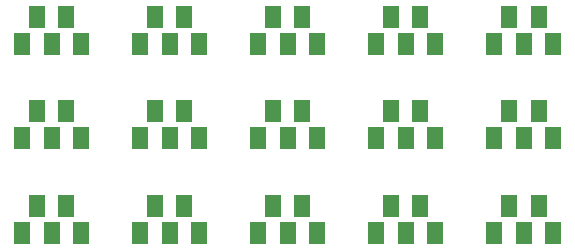
<source format=gbs>
G04 #@! TF.FileFunction,Soldermask,Bot*
%FSLAX46Y46*%
G04 Gerber Fmt 4.6, Leading zero omitted, Abs format (unit mm)*
G04 Created by KiCad (PCBNEW 4.0.7-e2-6376~58~ubuntu16.04.1) date Thu Aug  2 19:22:52 2018*
%MOMM*%
%LPD*%
G01*
G04 APERTURE LIST*
%ADD10C,0.100000*%
%ADD11R,1.400000X1.900000*%
G04 APERTURE END LIST*
D10*
D11*
X117575000Y-65200000D03*
X115075000Y-65200000D03*
X107575000Y-65200000D03*
X105075000Y-65200000D03*
X97575000Y-65200000D03*
X95075000Y-65200000D03*
X87575000Y-65200000D03*
X85075000Y-65200000D03*
X77575000Y-65200000D03*
X75075000Y-65200000D03*
X117575000Y-57200000D03*
X115075000Y-57200000D03*
X107575000Y-57200000D03*
X105075000Y-57200000D03*
X97575000Y-57200000D03*
X95075000Y-57200000D03*
X87575000Y-57200000D03*
X85075000Y-57200000D03*
X77575000Y-57200000D03*
X75075000Y-57200000D03*
X117575000Y-49200000D03*
X115075000Y-49200000D03*
X107575000Y-49200000D03*
X105075000Y-49200000D03*
X97575000Y-49200000D03*
X95075000Y-49200000D03*
X87575000Y-49200000D03*
X85075000Y-49200000D03*
X118835000Y-67500000D03*
X116335000Y-67500000D03*
X113835000Y-67500000D03*
X108835000Y-67500000D03*
X106335000Y-67500000D03*
X103835000Y-67500000D03*
X98835000Y-67500000D03*
X96335000Y-67500000D03*
X93835000Y-67500000D03*
X88835000Y-67500000D03*
X86335000Y-67500000D03*
X83835000Y-67500000D03*
X78835000Y-67500000D03*
X76335000Y-67500000D03*
X73835000Y-67500000D03*
X118835000Y-59500000D03*
X116335000Y-59500000D03*
X113835000Y-59500000D03*
X108835000Y-59500000D03*
X106335000Y-59500000D03*
X103835000Y-59500000D03*
X98835000Y-59500000D03*
X96335000Y-59500000D03*
X93835000Y-59500000D03*
X88835000Y-59500000D03*
X86335000Y-59500000D03*
X83835000Y-59500000D03*
X78835000Y-59500000D03*
X76335000Y-59500000D03*
X73835000Y-59500000D03*
X118835000Y-51500000D03*
X116335000Y-51500000D03*
X113835000Y-51500000D03*
X108835000Y-51500000D03*
X106335000Y-51500000D03*
X103835000Y-51500000D03*
X98835000Y-51500000D03*
X96335000Y-51500000D03*
X93835000Y-51500000D03*
X88835000Y-51500000D03*
X86335000Y-51500000D03*
X83835000Y-51500000D03*
X77575000Y-49200000D03*
X75075000Y-49200000D03*
X78835000Y-51500000D03*
X76335000Y-51500000D03*
X73835000Y-51500000D03*
M02*

</source>
